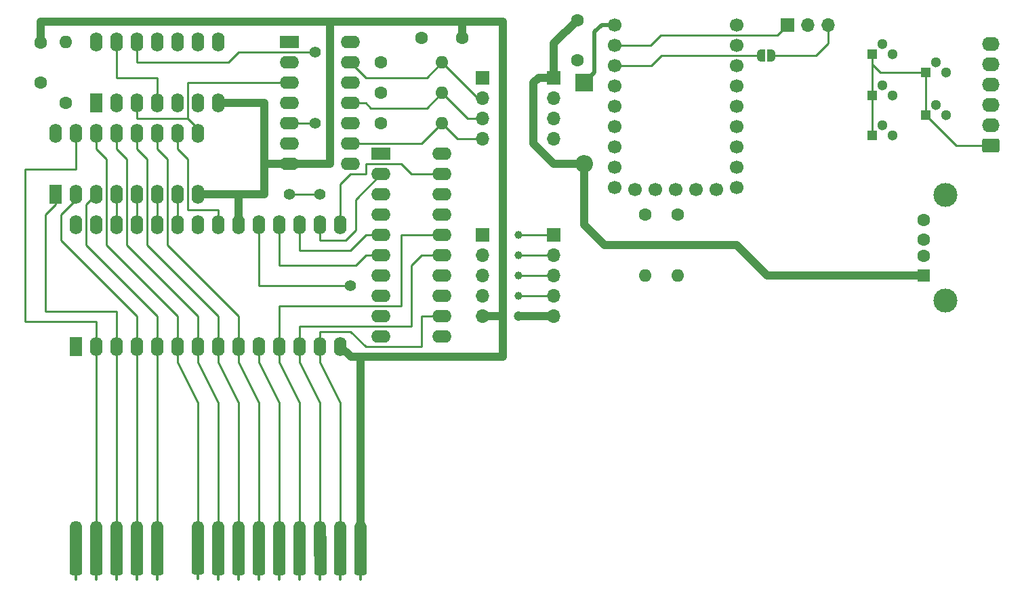
<source format=gtl>
%TF.GenerationSoftware,KiCad,Pcbnew,8.0.4+1*%
%TF.CreationDate,2024-08-13T20:11:20+02:00*%
%TF.ProjectId,QL_mIce_Starmouse,514c5f6d-4963-4655-9f53-7461726d6f75,0*%
%TF.SameCoordinates,Original*%
%TF.FileFunction,Copper,L1,Top*%
%TF.FilePolarity,Positive*%
%FSLAX46Y46*%
G04 Gerber Fmt 4.6, Leading zero omitted, Abs format (unit mm)*
G04 Created by KiCad (PCBNEW 8.0.4+1) date 2024-08-13 20:11:20*
%MOMM*%
%LPD*%
G01*
G04 APERTURE LIST*
G04 Aperture macros list*
%AMRoundRect*
0 Rectangle with rounded corners*
0 $1 Rounding radius*
0 $2 $3 $4 $5 $6 $7 $8 $9 X,Y pos of 4 corners*
0 Add a 4 corners polygon primitive as box body*
4,1,4,$2,$3,$4,$5,$6,$7,$8,$9,$2,$3,0*
0 Add four circle primitives for the rounded corners*
1,1,$1+$1,$2,$3*
1,1,$1+$1,$4,$5*
1,1,$1+$1,$6,$7*
1,1,$1+$1,$8,$9*
0 Add four rect primitives between the rounded corners*
20,1,$1+$1,$2,$3,$4,$5,0*
20,1,$1+$1,$4,$5,$6,$7,0*
20,1,$1+$1,$6,$7,$8,$9,0*
20,1,$1+$1,$8,$9,$2,$3,0*%
%AMFreePoly0*
4,1,19,0.500000,-0.750000,0.000000,-0.750000,0.000000,-0.744911,-0.071157,-0.744911,-0.207708,-0.704816,-0.327430,-0.627875,-0.420627,-0.520320,-0.479746,-0.390866,-0.500000,-0.250000,-0.500000,0.250000,-0.479746,0.390866,-0.420627,0.520320,-0.327430,0.627875,-0.207708,0.704816,-0.071157,0.744911,0.000000,0.744911,0.000000,0.750000,0.500000,0.750000,0.500000,-0.750000,0.500000,-0.750000,
$1*%
%AMFreePoly1*
4,1,19,0.000000,0.744911,0.071157,0.744911,0.207708,0.704816,0.327430,0.627875,0.420627,0.520320,0.479746,0.390866,0.500000,0.250000,0.500000,-0.250000,0.479746,-0.390866,0.420627,-0.520320,0.327430,-0.627875,0.207708,-0.704816,0.071157,-0.744911,0.000000,-0.744911,0.000000,-0.750000,-0.500000,-0.750000,-0.500000,0.750000,0.000000,0.750000,0.000000,0.744911,0.000000,0.744911,
$1*%
G04 Aperture macros list end*
%TA.AperFunction,EtchedComponent*%
%ADD10C,0.300000*%
%TD*%
%TA.AperFunction,ComponentPad*%
%ADD11C,1.700000*%
%TD*%
%TA.AperFunction,ComponentPad*%
%ADD12R,1.600000X2.400000*%
%TD*%
%TA.AperFunction,ComponentPad*%
%ADD13O,1.600000X2.400000*%
%TD*%
%TA.AperFunction,ComponentPad*%
%ADD14C,1.600000*%
%TD*%
%TA.AperFunction,ComponentPad*%
%ADD15O,1.600000X1.600000*%
%TD*%
%TA.AperFunction,ComponentPad*%
%ADD16R,1.500000X1.600000*%
%TD*%
%TA.AperFunction,ComponentPad*%
%ADD17C,3.000000*%
%TD*%
%TA.AperFunction,ComponentPad*%
%ADD18RoundRect,0.250000X0.845000X-0.620000X0.845000X0.620000X-0.845000X0.620000X-0.845000X-0.620000X0*%
%TD*%
%TA.AperFunction,ComponentPad*%
%ADD19O,2.190000X1.740000*%
%TD*%
%TA.AperFunction,ComponentPad*%
%ADD20R,1.300000X1.300000*%
%TD*%
%TA.AperFunction,ComponentPad*%
%ADD21C,1.300000*%
%TD*%
%TA.AperFunction,ComponentPad*%
%ADD22R,2.400000X1.600000*%
%TD*%
%TA.AperFunction,ComponentPad*%
%ADD23O,2.400000X1.600000*%
%TD*%
%TA.AperFunction,ComponentPad*%
%ADD24R,1.700000X1.700000*%
%TD*%
%TA.AperFunction,ComponentPad*%
%ADD25O,1.700000X1.700000*%
%TD*%
%TA.AperFunction,SMDPad,CuDef*%
%ADD26FreePoly0,180.000000*%
%TD*%
%TA.AperFunction,SMDPad,CuDef*%
%ADD27FreePoly1,180.000000*%
%TD*%
%TA.AperFunction,ComponentPad*%
%ADD28R,2.200000X2.200000*%
%TD*%
%TA.AperFunction,ComponentPad*%
%ADD29O,2.200000X2.200000*%
%TD*%
%TA.AperFunction,ConnectorPad*%
%ADD30RoundRect,0.228600X0.533400X2.271400X-0.533400X2.271400X-0.533400X-2.271400X0.533400X-2.271400X0*%
%TD*%
%TA.AperFunction,ConnectorPad*%
%ADD31RoundRect,0.762000X0.000010X1.738000X-0.000010X1.738000X-0.000010X-1.738000X0.000010X-1.738000X0*%
%TD*%
%TA.AperFunction,ViaPad*%
%ADD32C,1.200000*%
%TD*%
%TA.AperFunction,ViaPad*%
%ADD33C,1.400000*%
%TD*%
%TA.AperFunction,ViaPad*%
%ADD34C,1.000000*%
%TD*%
%TA.AperFunction,Conductor*%
%ADD35C,0.250000*%
%TD*%
%TA.AperFunction,Conductor*%
%ADD36C,1.000000*%
%TD*%
%TA.AperFunction,Conductor*%
%ADD37C,0.508000*%
%TD*%
%ADD38C,0.350000*%
G04 APERTURE END LIST*
D10*
%TO.C,J2*%
X114300000Y-133237600D02*
X114300000Y-132628000D01*
X116840000Y-133252200D02*
X116840000Y-132668000D01*
X119380000Y-133252200D02*
X119380000Y-132715000D01*
X121920000Y-133252200D02*
X121920000Y-132715000D01*
X124460000Y-133212200D02*
X124460000Y-132628000D01*
X129540000Y-133172200D02*
X129540000Y-132588000D01*
X132080000Y-133212200D02*
X132080000Y-132602600D01*
X134620000Y-133237600D02*
X134620000Y-132628000D01*
X137160000Y-133212200D02*
X137160000Y-132602600D01*
X139700000Y-133237600D02*
X139700000Y-132602600D01*
X142240000Y-133237600D02*
X142240000Y-132628000D01*
X144780000Y-133212200D02*
X144780000Y-132602600D01*
X147320000Y-133237600D02*
X147320000Y-132628000D01*
X149860000Y-133237600D02*
X149860000Y-132628000D01*
%TD*%
D11*
%TO.P,RZ1,1,GP0*%
%TO.N,Net-(RZ1-GP0)*%
X196850000Y-63900000D03*
%TO.P,RZ1,2,GP1*%
%TO.N,Net-(Q5-B)*%
X196850000Y-66440000D03*
%TO.P,RZ1,3,GP2*%
%TO.N,Net-(Q4-B)*%
X196850000Y-68980000D03*
%TO.P,RZ1,4,GP3*%
%TO.N,Net-(Q3-B)*%
X196850000Y-71520000D03*
%TO.P,RZ1,5,GP4*%
%TO.N,Net-(Q2-B)*%
X196850000Y-74060000D03*
%TO.P,RZ1,6,GP5*%
%TO.N,Net-(Q1-B)*%
X196850000Y-76600000D03*
%TO.P,RZ1,7,GP6*%
%TO.N,unconnected-(RZ1-GP6-Pad7)*%
X196850000Y-79140000D03*
%TO.P,RZ1,8,GP7*%
%TO.N,unconnected-(RZ1-GP7-Pad8)*%
X196850000Y-81680000D03*
%TO.P,RZ1,9,GP8*%
%TO.N,unconnected-(RZ1-GP8-Pad9)*%
X196850000Y-84220000D03*
%TO.P,RZ1,10,GP9*%
%TO.N,unconnected-(RZ1-GP9-Pad10)*%
X194310000Y-84430000D03*
%TO.P,RZ1,11,GP10*%
%TO.N,unconnected-(RZ1-GP10-Pad11)*%
X191770000Y-84430000D03*
%TO.P,RZ1,12,GP11*%
%TO.N,Net-(RZ1-GP11)*%
X189230000Y-84430000D03*
%TO.P,RZ1,13,GP12*%
%TO.N,Net-(RZ1-GP12)*%
X186690000Y-84430000D03*
%TO.P,RZ1,14,GP13*%
%TO.N,Net-(J4-Pin_4)*%
X184150000Y-84430000D03*
%TO.P,RZ1,15,GP14*%
%TO.N,Net-(J4-Pin_3)*%
X181610000Y-84220000D03*
%TO.P,RZ1,16,GP15*%
%TO.N,Net-(J4-Pin_2)*%
X181610000Y-81680000D03*
%TO.P,RZ1,17,GP26*%
%TO.N,Net-(J4-Pin_1)*%
X181610000Y-79140000D03*
%TO.P,RZ1,18,GP27*%
%TO.N,Net-(J3-Pin_4)*%
X181610000Y-76600000D03*
%TO.P,RZ1,19,GP28*%
%TO.N,Net-(J3-Pin_3)*%
X181610000Y-74060000D03*
%TO.P,RZ1,20,GP29*%
%TO.N,Net-(J3-Pin_2)*%
X181610000Y-71520000D03*
%TO.P,RZ1,21,3V3*%
%TO.N,Net-(JP1-B)*%
X181610000Y-68980000D03*
%TO.P,RZ1,22,5V*%
%TO.N,Net-(D1-K)*%
X181610000Y-63900000D03*
%TO.P,RZ1,23,GND*%
%TO.N,GND*%
X181610000Y-66440000D03*
%TD*%
D12*
%TO.P,U2,1*%
%TO.N,Net-(U2-Pad1)*%
X116840000Y-73660000D03*
D13*
%TO.P,U2,2*%
%TO.N,Net-(U2-Pad2)*%
X119380000Y-73660000D03*
%TO.P,U2,3*%
%TO.N,/IO_LE*%
X121920000Y-73660000D03*
%TO.P,U2,4*%
%TO.N,/ROMOE*%
X124460000Y-73660000D03*
%TO.P,U2,5*%
%TO.N,Net-(U2-Pad2)*%
X127000000Y-73660000D03*
%TO.P,U2,6*%
%TO.N,/U_ROMOE*%
X129540000Y-73660000D03*
%TO.P,U2,7,GND*%
%TO.N,GND*%
X132080000Y-73660000D03*
%TO.P,U2,8*%
%TO.N,Net-(U2-Pad8)*%
X132080000Y-66040000D03*
%TO.P,U2,9*%
%TO.N,/A15*%
X129540000Y-66040000D03*
%TO.P,U2,10*%
%TO.N,/A14*%
X127000000Y-66040000D03*
%TO.P,U2,11*%
%TO.N,Net-(R1-Pad2)*%
X124460000Y-66040000D03*
%TO.P,U2,12*%
%TO.N,/IO_OE*%
X121920000Y-66040000D03*
%TO.P,U2,13*%
%TO.N,/ROMOE*%
X119380000Y-66040000D03*
%TO.P,U2,14,VCC*%
%TO.N,VCC*%
X116840000Y-66040000D03*
%TD*%
D14*
%TO.P,R1,1*%
%TO.N,VCC*%
X113030000Y-73660000D03*
D15*
%TO.P,R1,2*%
%TO.N,Net-(R1-Pad2)*%
X113030000Y-66040000D03*
%TD*%
D14*
%TO.P,C3,1*%
%TO.N,VCC*%
X176911000Y-63286000D03*
%TO.P,C3,2*%
%TO.N,GND*%
X176911000Y-68286000D03*
%TD*%
%TO.P,C1,1*%
%TO.N,VCC*%
X109855000Y-71120000D03*
%TO.P,C1,2*%
%TO.N,GND*%
X109855000Y-66120000D03*
%TD*%
D16*
%TO.P,J1,1,VBUS*%
%TO.N,VCC*%
X220175000Y-95250000D03*
D14*
%TO.P,J1,2,D-*%
%TO.N,/D_N*%
X220175000Y-92750000D03*
%TO.P,J1,3,D+*%
%TO.N,/D_P*%
X220175000Y-90750000D03*
%TO.P,J1,4,GND*%
%TO.N,GND*%
X220175000Y-88250000D03*
D17*
%TO.P,J1,5,Shield*%
X222885000Y-98320000D03*
X222885000Y-85180000D03*
%TD*%
D18*
%TO.P,J7,1,Pin_1*%
%TO.N,/Common*%
X228600000Y-78994000D03*
D19*
%TO.P,J7,2,Pin_2*%
%TO.N,/Fire*%
X228600000Y-76454000D03*
%TO.P,J7,3,Pin_3*%
%TO.N,/Up*%
X228600000Y-73914000D03*
%TO.P,J7,4,Pin_4*%
%TO.N,/Down*%
X228600000Y-71374000D03*
%TO.P,J7,5,Pin_5*%
%TO.N,/Right*%
X228600000Y-68834000D03*
%TO.P,J7,6,Pin_6*%
%TO.N,/Left*%
X228600000Y-66294000D03*
%TD*%
D20*
%TO.P,Q2,1,C*%
%TO.N,/Common*%
X220472000Y-75184000D03*
D21*
%TO.P,Q2,2,B*%
%TO.N,Net-(Q2-B)*%
X221742000Y-73914000D03*
%TO.P,Q2,3,E*%
%TO.N,/Up*%
X223012000Y-75184000D03*
%TD*%
D22*
%TO.P,U5,1,OE*%
%TO.N,/IO_OE*%
X152400000Y-80010000D03*
D23*
%TO.P,U5,2,O0*%
%TO.N,/D4*%
X152400000Y-82550000D03*
%TO.P,U5,3,D0*%
%TO.N,Net-(U5-D0)*%
X152400000Y-85090000D03*
%TO.P,U5,4,D1*%
%TO.N,Net-(U5-D1)*%
X152400000Y-87630000D03*
%TO.P,U5,5,O1*%
%TO.N,/D5*%
X152400000Y-90170000D03*
%TO.P,U5,6,O2*%
%TO.N,/D6*%
X152400000Y-92710000D03*
%TO.P,U5,7,D2*%
%TO.N,Net-(U5-D2)*%
X152400000Y-95250000D03*
%TO.P,U5,8,D3*%
%TO.N,GND*%
X152400000Y-97790000D03*
%TO.P,U5,9,O3*%
%TO.N,/D7*%
X152400000Y-100330000D03*
%TO.P,U5,10,GND*%
%TO.N,GND*%
X152400000Y-102870000D03*
%TO.P,U5,11,LE*%
%TO.N,/IO_LE*%
X160020000Y-102870000D03*
%TO.P,U5,12,O4*%
%TO.N,/D2*%
X160020000Y-100330000D03*
%TO.P,U5,13,D4*%
%TO.N,Net-(J4-Pin_4)*%
X160020000Y-97790000D03*
%TO.P,U5,14,D5*%
%TO.N,Net-(J4-Pin_3)*%
X160020000Y-95250000D03*
%TO.P,U5,15,O5*%
%TO.N,/D1*%
X160020000Y-92710000D03*
%TO.P,U5,16,O6*%
%TO.N,/D0*%
X160020000Y-90170000D03*
%TO.P,U5,17,D6*%
%TO.N,Net-(J4-Pin_2)*%
X160020000Y-87630000D03*
%TO.P,U5,18,D7*%
%TO.N,Net-(J4-Pin_1)*%
X160020000Y-85090000D03*
%TO.P,U5,19,O7*%
%TO.N,/D3*%
X160020000Y-82550000D03*
%TO.P,U5,20,VCC*%
%TO.N,VCC*%
X160020000Y-80010000D03*
%TD*%
D20*
%TO.P,Q4,1,C*%
%TO.N,/Common*%
X220472000Y-69829000D03*
D21*
%TO.P,Q4,2,B*%
%TO.N,Net-(Q4-B)*%
X221742000Y-68559000D03*
%TO.P,Q4,3,E*%
%TO.N,/Right*%
X223012000Y-69829000D03*
%TD*%
D20*
%TO.P,Q5,1,C*%
%TO.N,/Common*%
X213741000Y-67564000D03*
D21*
%TO.P,Q5,2,B*%
%TO.N,Net-(Q5-B)*%
X215011000Y-66294000D03*
%TO.P,Q5,3,E*%
%TO.N,/Left*%
X216281000Y-67564000D03*
%TD*%
D24*
%TO.P,SW1,1,A*%
%TO.N,GND*%
X203200000Y-63881000D03*
D25*
%TO.P,SW1,2,B*%
%TO.N,Net-(RZ1-GP0)*%
X205740000Y-63881000D03*
%TO.P,SW1,3,C*%
%TO.N,Net-(JP1-A)*%
X208280000Y-63881000D03*
%TD*%
D14*
%TO.P,R5,1*%
%TO.N,Net-(RZ1-GP11)*%
X189470000Y-87630000D03*
D15*
%TO.P,R5,2*%
%TO.N,/D_P*%
X189470000Y-95250000D03*
%TD*%
D26*
%TO.P,JP1,1,A*%
%TO.N,Net-(JP1-A)*%
X201168000Y-67691000D03*
D27*
%TO.P,JP1,2,B*%
%TO.N,Net-(JP1-B)*%
X199868000Y-67691000D03*
%TD*%
D20*
%TO.P,Q1,1,C*%
%TO.N,/Common*%
X213741000Y-77703000D03*
D21*
%TO.P,Q1,2,B*%
%TO.N,Net-(Q1-B)*%
X215011000Y-76433000D03*
%TO.P,Q1,3,E*%
%TO.N,/Fire*%
X216281000Y-77703000D03*
%TD*%
D12*
%TO.P,U1,1*%
%TO.N,/A7*%
X111760000Y-85090000D03*
D13*
%TO.P,U1,2*%
%TO.N,/A6*%
X114300000Y-85090000D03*
%TO.P,U1,3*%
%TO.N,/A5*%
X116840000Y-85090000D03*
%TO.P,U1,4*%
%TO.N,/A13*%
X119380000Y-85090000D03*
%TO.P,U1,5*%
%TO.N,/A8*%
X121920000Y-85090000D03*
%TO.P,U1,6*%
%TO.N,/A9*%
X124460000Y-85090000D03*
%TO.P,U1,7*%
%TO.N,/A11*%
X127000000Y-85090000D03*
%TO.P,U1,8,GND*%
%TO.N,GND*%
X129540000Y-85090000D03*
%TO.P,U1,9*%
%TO.N,/IO_LE*%
X129540000Y-77470000D03*
%TO.P,U1,10*%
%TO.N,/A10*%
X127000000Y-77470000D03*
%TO.P,U1,11*%
%TO.N,/A1*%
X124460000Y-77470000D03*
%TO.P,U1,12*%
%TO.N,/A2*%
X121920000Y-77470000D03*
%TO.P,U1,13*%
%TO.N,/A3*%
X119380000Y-77470000D03*
%TO.P,U1,14*%
%TO.N,/A4*%
X116840000Y-77470000D03*
%TO.P,U1,15*%
%TO.N,/A12*%
X114300000Y-77470000D03*
%TO.P,U1,16,VCC*%
%TO.N,VCC*%
X111760000Y-77470000D03*
%TD*%
D22*
%TO.P,U3,1*%
%TO.N,unconnected-(U3-Pad1)*%
X140970000Y-66040000D03*
D23*
%TO.P,U3,2*%
%TO.N,unconnected-(U3-Pad2)*%
X140970000Y-68580000D03*
%TO.P,U3,3*%
%TO.N,/IO_LE*%
X140970000Y-71120000D03*
%TO.P,U3,4*%
%TO.N,Net-(U2-Pad1)*%
X140970000Y-73660000D03*
%TO.P,U3,5*%
%TO.N,Net-(U2-Pad8)*%
X140970000Y-76200000D03*
%TO.P,U3,6*%
%TO.N,Net-(U2-Pad2)*%
X140970000Y-78740000D03*
%TO.P,U3,7,GND*%
%TO.N,GND*%
X140970000Y-81280000D03*
%TO.P,U3,8*%
%TO.N,Net-(U5-D0)*%
X148590000Y-81280000D03*
%TO.P,U3,9*%
%TO.N,Net-(J3-Pin_4)*%
X148590000Y-78740000D03*
%TO.P,U3,10*%
%TO.N,Net-(U5-D1)*%
X148590000Y-76200000D03*
%TO.P,U3,11*%
%TO.N,Net-(J3-Pin_3)*%
X148590000Y-73660000D03*
%TO.P,U3,12*%
%TO.N,Net-(U5-D2)*%
X148590000Y-71120000D03*
%TO.P,U3,13*%
%TO.N,Net-(J3-Pin_2)*%
X148590000Y-68580000D03*
%TO.P,U3,14,VCC*%
%TO.N,VCC*%
X148590000Y-66040000D03*
%TD*%
D14*
%TO.P,R4,1*%
%TO.N,VCC*%
X152400000Y-76200000D03*
D15*
%TO.P,R4,2*%
%TO.N,Net-(J3-Pin_4)*%
X160020000Y-76200000D03*
%TD*%
D14*
%TO.P,R6,1*%
%TO.N,Net-(RZ1-GP12)*%
X185420000Y-87630000D03*
D15*
%TO.P,R6,2*%
%TO.N,/D_N*%
X185420000Y-95250000D03*
%TD*%
D12*
%TO.P,IC1,1,VPP*%
%TO.N,VCC*%
X114300000Y-104120000D03*
D13*
%TO.P,IC1,2,A12*%
%TO.N,/A12*%
X116840000Y-104120000D03*
%TO.P,IC1,3,A7*%
%TO.N,/A7*%
X119380000Y-104120000D03*
%TO.P,IC1,4,A6*%
%TO.N,/A6*%
X121920000Y-104120000D03*
%TO.P,IC1,5,A5*%
%TO.N,/A5*%
X124460000Y-104120000D03*
%TO.P,IC1,6,A4*%
%TO.N,/A4*%
X127000000Y-104120000D03*
%TO.P,IC1,7,A3*%
%TO.N,/A3*%
X129540000Y-104120000D03*
%TO.P,IC1,8,A2*%
%TO.N,/A2*%
X132080000Y-104120000D03*
%TO.P,IC1,9,A1*%
%TO.N,/A1*%
X134620000Y-104120000D03*
%TO.P,IC1,10,A0*%
%TO.N,/A0*%
X137160000Y-104120000D03*
%TO.P,IC1,11,D0*%
%TO.N,/D0*%
X139700000Y-104120000D03*
%TO.P,IC1,12,D1*%
%TO.N,/D1*%
X142240000Y-104120000D03*
%TO.P,IC1,13,D2*%
%TO.N,/D2*%
X144780000Y-104120000D03*
%TO.P,IC1,14,GND*%
%TO.N,GND*%
X147320000Y-104120000D03*
%TO.P,IC1,15,D3*%
%TO.N,/D3*%
X147320000Y-88880000D03*
%TO.P,IC1,16,D4*%
%TO.N,/D4*%
X144780000Y-88880000D03*
%TO.P,IC1,17,D5*%
%TO.N,/D5*%
X142240000Y-88880000D03*
%TO.P,IC1,18,D6*%
%TO.N,/D6*%
X139700000Y-88880000D03*
%TO.P,IC1,19,D7*%
%TO.N,/D7*%
X137160000Y-88880000D03*
%TO.P,IC1,20,~{CE}*%
%TO.N,GND*%
X134620000Y-88880000D03*
%TO.P,IC1,21,A10*%
%TO.N,/A10*%
X132080000Y-88880000D03*
%TO.P,IC1,22,~{OE}*%
%TO.N,/U_ROMOE*%
X129540000Y-88880000D03*
%TO.P,IC1,23,A11*%
%TO.N,/A11*%
X127000000Y-88880000D03*
%TO.P,IC1,24,A9*%
%TO.N,/A9*%
X124460000Y-88880000D03*
%TO.P,IC1,25,A8*%
%TO.N,/A8*%
X121920000Y-88880000D03*
%TO.P,IC1,26,A13*%
%TO.N,/A13*%
X119380000Y-88880000D03*
%TO.P,IC1,27,~{PGM}*%
%TO.N,VCC*%
X116840000Y-88880000D03*
%TO.P,IC1,28,VCC*%
X114300000Y-88880000D03*
%TD*%
D20*
%TO.P,Q3,1,C*%
%TO.N,/Common*%
X213741000Y-72729000D03*
D21*
%TO.P,Q3,2,B*%
%TO.N,Net-(Q3-B)*%
X215011000Y-71459000D03*
%TO.P,Q3,3,E*%
%TO.N,/Down*%
X216281000Y-72729000D03*
%TD*%
D14*
%TO.P,R2,1*%
%TO.N,VCC*%
X152400000Y-68580000D03*
D15*
%TO.P,R2,2*%
%TO.N,Net-(J3-Pin_2)*%
X160020000Y-68580000D03*
%TD*%
D14*
%TO.P,C2,1*%
%TO.N,VCC*%
X157480000Y-65532000D03*
%TO.P,C2,2*%
%TO.N,GND*%
X162480000Y-65532000D03*
%TD*%
D28*
%TO.P,D1,1,K*%
%TO.N,Net-(D1-K)*%
X177800000Y-71120000D03*
D29*
%TO.P,D1,2,A*%
%TO.N,VCC*%
X177800000Y-81280000D03*
%TD*%
D14*
%TO.P,R3,1*%
%TO.N,VCC*%
X152400000Y-72390000D03*
D15*
%TO.P,R3,2*%
%TO.N,Net-(J3-Pin_3)*%
X160020000Y-72390000D03*
%TD*%
D24*
%TO.P,J6,1,Pin_1*%
%TO.N,Net-(J4-Pin_1)*%
X165100000Y-90170000D03*
D25*
%TO.P,J6,2,Pin_2*%
%TO.N,Net-(J4-Pin_2)*%
X165100000Y-92710000D03*
%TO.P,J6,3,Pin_3*%
%TO.N,Net-(J4-Pin_3)*%
X165100000Y-95250000D03*
%TO.P,J6,4,Pin_4*%
%TO.N,Net-(J4-Pin_4)*%
X165100000Y-97790000D03*
%TO.P,J6,5,Pin_5*%
%TO.N,GND*%
X165100000Y-100330000D03*
%TD*%
D30*
%TO.P,J2,2,N/C*%
%TO.N,unconnected-(J2-N{slash}C-Pad2)*%
X114300000Y-130175000D03*
D31*
X114300000Y-128437000D03*
D30*
%TO.P,J2,4,A12*%
%TO.N,/A12*%
X116840000Y-130215000D03*
D31*
X116840000Y-128437000D03*
D30*
%TO.P,J2,6,A7*%
%TO.N,/A7*%
X119380000Y-130215000D03*
D31*
X119380000Y-128437000D03*
D30*
%TO.P,J2,8,A6*%
%TO.N,/A6*%
X121920000Y-130215000D03*
D31*
X121920000Y-128437000D03*
D30*
%TO.P,J2,10,A5*%
%TO.N,/A5*%
X124460000Y-130175000D03*
D31*
X124460000Y-128397000D03*
D30*
%TO.P,J2,12,A4*%
%TO.N,/A4*%
X129540000Y-130135000D03*
D31*
X129540000Y-128397000D03*
D30*
%TO.P,J2,14,A3*%
%TO.N,/A3*%
X132080000Y-130175000D03*
D31*
X132080000Y-128437000D03*
D30*
%TO.P,J2,16,A2*%
%TO.N,/A2*%
X134620000Y-130175000D03*
D31*
X134620000Y-128437000D03*
D30*
%TO.P,J2,18,A1*%
%TO.N,/A1*%
X137160000Y-130164200D03*
D31*
X137160000Y-128437000D03*
D30*
%TO.P,J2,20,A0*%
%TO.N,/A0*%
X139700000Y-130164200D03*
D31*
X139700000Y-128437000D03*
D30*
%TO.P,J2,22,D0*%
%TO.N,/D0*%
X142240000Y-130164200D03*
D31*
X142240000Y-128437000D03*
D30*
%TO.P,J2,24,D1*%
%TO.N,/D1*%
X144805400Y-130164200D03*
D31*
X144780000Y-128397000D03*
D30*
%TO.P,J2,26,D2*%
%TO.N,/D2*%
X147320000Y-130175000D03*
D31*
X147320000Y-128437000D03*
D30*
%TO.P,J2,28,GND*%
%TO.N,GND*%
X149860000Y-130175000D03*
D31*
X149860000Y-128437000D03*
%TD*%
D24*
%TO.P,J3,1,Pin_1*%
%TO.N,VCC*%
X173990000Y-70485000D03*
D25*
%TO.P,J3,2,Pin_2*%
%TO.N,Net-(J3-Pin_2)*%
X173990000Y-73025000D03*
%TO.P,J3,3,Pin_3*%
%TO.N,Net-(J3-Pin_3)*%
X173990000Y-75565000D03*
%TO.P,J3,4,Pin_4*%
%TO.N,Net-(J3-Pin_4)*%
X173990000Y-78105000D03*
%TD*%
D24*
%TO.P,J4,1,Pin_1*%
%TO.N,Net-(J4-Pin_1)*%
X173990000Y-90170000D03*
D25*
%TO.P,J4,2,Pin_2*%
%TO.N,Net-(J4-Pin_2)*%
X173990000Y-92710000D03*
%TO.P,J4,3,Pin_3*%
%TO.N,Net-(J4-Pin_3)*%
X173990000Y-95250000D03*
%TO.P,J4,4,Pin_4*%
%TO.N,Net-(J4-Pin_4)*%
X173990000Y-97790000D03*
%TO.P,J4,5,Pin_5*%
%TO.N,GND*%
X173990000Y-100330000D03*
%TD*%
D24*
%TO.P,J5,1,Pin_1*%
%TO.N,VCC*%
X165100000Y-70485000D03*
D25*
%TO.P,J5,2,Pin_2*%
%TO.N,Net-(J3-Pin_2)*%
X165100000Y-73025000D03*
%TO.P,J5,3,Pin_3*%
%TO.N,Net-(J3-Pin_3)*%
X165100000Y-75565000D03*
%TO.P,J5,4,Pin_4*%
%TO.N,Net-(J3-Pin_4)*%
X165100000Y-78105000D03*
%TD*%
D32*
%TO.N,GND*%
X169545000Y-100330000D03*
D33*
%TO.N,/D7*%
X148590000Y-96520000D03*
%TO.N,/IO_LE*%
X144780000Y-85090000D03*
X140970000Y-85090000D03*
%TO.N,Net-(U2-Pad8)*%
X144145000Y-76200000D03*
%TO.N,/IO_OE*%
X144145000Y-67310000D03*
D34*
%TO.N,Net-(J4-Pin_1)*%
X169545000Y-90170000D03*
%TO.N,Net-(J4-Pin_2)*%
X169545000Y-92710000D03*
%TO.N,Net-(J4-Pin_3)*%
X169545000Y-95250000D03*
%TO.N,Net-(J4-Pin_4)*%
X169545000Y-97790000D03*
%TD*%
D35*
%TO.N,Net-(JP1-B)*%
X181610000Y-68980000D02*
X186163000Y-68980000D01*
X186163000Y-68980000D02*
X187452000Y-67691000D01*
X187452000Y-67691000D02*
X199868000Y-67691000D01*
%TO.N,Net-(JP1-A)*%
X201168000Y-67691000D02*
X206756000Y-67691000D01*
X208265000Y-66182000D02*
X208265000Y-63881000D01*
X206756000Y-67691000D02*
X208265000Y-66182000D01*
D36*
%TO.N,VCC*%
X171450000Y-78740000D02*
X173990000Y-81280000D01*
X180340000Y-91440000D02*
X177800000Y-88900000D01*
X173990000Y-70485000D02*
X173990000Y-66207000D01*
X171450000Y-71120000D02*
X172085000Y-70485000D01*
X220175000Y-95250000D02*
X200660000Y-95250000D01*
X200660000Y-95250000D02*
X196850000Y-91440000D01*
X171450000Y-71120000D02*
X171450000Y-78740000D01*
X177800000Y-88900000D02*
X177800000Y-81280000D01*
X196850000Y-91440000D02*
X180340000Y-91440000D01*
X173990000Y-66207000D02*
X176911000Y-63286000D01*
X173990000Y-81280000D02*
X177800000Y-81280000D01*
X172085000Y-70485000D02*
X173990000Y-70485000D01*
%TO.N,GND*%
X167640000Y-100330000D02*
X165100000Y-100330000D01*
X137795000Y-85090000D02*
X137795000Y-81280000D01*
X147320000Y-104120000D02*
X148610000Y-105410000D01*
X149860000Y-128437000D02*
X149860000Y-105410000D01*
X134620000Y-85090000D02*
X137795000Y-85090000D01*
X167640000Y-105410000D02*
X149860000Y-105410000D01*
X109855000Y-66120000D02*
X109855000Y-63500000D01*
X140970000Y-81280000D02*
X146050000Y-81280000D01*
D35*
X203185000Y-63881000D02*
X201915000Y-65151000D01*
X184785000Y-66440000D02*
X181610000Y-66440000D01*
D36*
X134620000Y-85090000D02*
X134620000Y-88880000D01*
D35*
X185547000Y-66440000D02*
X184785000Y-66440000D01*
D36*
X167640000Y-63500000D02*
X167640000Y-100330000D01*
D35*
X185693000Y-66440000D02*
X185547000Y-66440000D01*
D36*
X148610000Y-105410000D02*
X149860000Y-105410000D01*
X162560000Y-65532000D02*
X162560000Y-64095000D01*
X169545000Y-100330000D02*
X173990000Y-100330000D01*
X146050000Y-81280000D02*
X146050000Y-63500000D01*
X109855000Y-63500000D02*
X167640000Y-63500000D01*
X132080000Y-73660000D02*
X137795000Y-73660000D01*
D35*
X201915000Y-65151000D02*
X187325000Y-65151000D01*
D36*
X129540000Y-85090000D02*
X134620000Y-85090000D01*
X137795000Y-81280000D02*
X140970000Y-81280000D01*
X167640000Y-100330000D02*
X167640000Y-105410000D01*
D35*
X184785000Y-66440000D02*
X186036000Y-66440000D01*
D36*
X137795000Y-73660000D02*
X137795000Y-81280000D01*
D35*
X186036000Y-66440000D02*
X187325000Y-65151000D01*
%TO.N,/D3*%
X156210000Y-82550000D02*
X154940000Y-81280000D01*
X150495000Y-82550000D02*
X148590000Y-82550000D01*
X160020000Y-82550000D02*
X156210000Y-82550000D01*
X150495000Y-81280000D02*
X150495000Y-82550000D01*
X154940000Y-81280000D02*
X150495000Y-81280000D01*
X147320000Y-83820000D02*
X147320000Y-88880000D01*
X148590000Y-82550000D02*
X147320000Y-83820000D01*
%TO.N,/D4*%
X152400000Y-82550000D02*
X149225000Y-85725000D01*
X144780000Y-90805000D02*
X144780000Y-88880000D01*
X147955000Y-90805000D02*
X144780000Y-90805000D01*
X149225000Y-89535000D02*
X147955000Y-90805000D01*
X149225000Y-85725000D02*
X149225000Y-89535000D01*
%TO.N,/D2*%
X147320000Y-111125000D02*
X144780000Y-106045000D01*
X144780000Y-102235000D02*
X148590000Y-102235000D01*
X144780000Y-106045000D02*
X144780000Y-104120000D01*
X157480000Y-104140000D02*
X157480000Y-100330000D01*
X144780000Y-104120000D02*
X144780000Y-102235000D01*
X150495000Y-104140000D02*
X157480000Y-104140000D01*
X157480000Y-100330000D02*
X160020000Y-100330000D01*
X148590000Y-102235000D02*
X150495000Y-104140000D01*
X147320000Y-128437000D02*
X147320000Y-111125000D01*
%TO.N,/D5*%
X142240000Y-92075000D02*
X142240000Y-88880000D01*
X152400000Y-90170000D02*
X150495000Y-90170000D01*
X148590000Y-92075000D02*
X142240000Y-92075000D01*
X150495000Y-90170000D02*
X148590000Y-92075000D01*
%TO.N,/D1*%
X160020000Y-92710000D02*
X157480000Y-92710000D01*
X156210000Y-93980000D02*
X156210000Y-101600000D01*
X157480000Y-92710000D02*
X156210000Y-93980000D01*
X144780000Y-128397000D02*
X144780000Y-111125000D01*
X144780000Y-111125000D02*
X142240000Y-106045000D01*
X142240000Y-106045000D02*
X142240000Y-104120000D01*
X142240000Y-101600000D02*
X142240000Y-104120000D01*
X156210000Y-101600000D02*
X142240000Y-101600000D01*
%TO.N,/D6*%
X149225000Y-93980000D02*
X139700000Y-93980000D01*
X139700000Y-93980000D02*
X139700000Y-88880000D01*
X150495000Y-92710000D02*
X149225000Y-93980000D01*
X152400000Y-92710000D02*
X150495000Y-92710000D01*
%TO.N,/D0*%
X154940000Y-99060000D02*
X139700000Y-99060000D01*
X154940000Y-90170000D02*
X154940000Y-99060000D01*
X139700000Y-99060000D02*
X139700000Y-104120000D01*
X142240000Y-111125000D02*
X139700000Y-106045000D01*
X139700000Y-106045000D02*
X139700000Y-104120000D01*
X160020000Y-90170000D02*
X154940000Y-90170000D01*
X142240000Y-128437000D02*
X142240000Y-111125000D01*
%TO.N,/D7*%
X148590000Y-96520000D02*
X137160000Y-96520000D01*
X137160000Y-96520000D02*
X137160000Y-88880000D01*
%TO.N,/A0*%
X137160000Y-106045000D02*
X137160000Y-104120000D01*
X139700000Y-127000000D02*
X139700000Y-111125000D01*
X139700000Y-111125000D02*
X137160000Y-106045000D01*
%TO.N,/A1*%
X137160000Y-127000000D02*
X137160000Y-111125000D01*
X134620000Y-104120000D02*
X134620000Y-100330000D01*
X124460000Y-79375000D02*
X124460000Y-77470000D01*
X125730000Y-91440000D02*
X125730000Y-80645000D01*
X125730000Y-80645000D02*
X124460000Y-79375000D01*
X134620000Y-100330000D02*
X125730000Y-91440000D01*
X137160000Y-111125000D02*
X134620000Y-106045000D01*
X134620000Y-106045000D02*
X134620000Y-104120000D01*
%TO.N,/A10*%
X128270000Y-80645000D02*
X127000000Y-79375000D01*
X132080000Y-88880000D02*
X132080000Y-86995000D01*
X128270000Y-86995000D02*
X128270000Y-80645000D01*
X132080000Y-86995000D02*
X128270000Y-86995000D01*
X127000000Y-79375000D02*
X127000000Y-77470000D01*
%TO.N,/A2*%
X123190000Y-80645000D02*
X121920000Y-79375000D01*
X134620000Y-127000000D02*
X134620000Y-111125000D01*
X132080000Y-100330000D02*
X123190000Y-91440000D01*
X132080000Y-106045000D02*
X132080000Y-104120000D01*
X134620000Y-111125000D02*
X132080000Y-106045000D01*
X132080000Y-104120000D02*
X132080000Y-100330000D01*
X123190000Y-91440000D02*
X123190000Y-80645000D01*
X121920000Y-79375000D02*
X121920000Y-77470000D01*
%TO.N,/ROMOE*%
X119380000Y-70485000D02*
X119380000Y-66040000D01*
X124460000Y-73660000D02*
X124460000Y-70485000D01*
X124460000Y-70485000D02*
X119380000Y-70485000D01*
%TO.N,/A3*%
X129540000Y-106045000D02*
X129540000Y-104120000D01*
X119380000Y-77470000D02*
X119380000Y-79375000D01*
X120650000Y-91440000D02*
X129540000Y-100330000D01*
X132080000Y-127000000D02*
X132080000Y-111125000D01*
X120650000Y-80645000D02*
X120650000Y-91440000D01*
X132080000Y-111125000D02*
X129540000Y-106045000D01*
X129540000Y-100330000D02*
X129540000Y-104120000D01*
X119380000Y-79375000D02*
X120650000Y-80645000D01*
%TO.N,/A11*%
X127000000Y-85090000D02*
X127000000Y-88880000D01*
%TO.N,/A4*%
X118110000Y-80645000D02*
X118110000Y-91440000D01*
X118110000Y-91440000D02*
X127000000Y-100330000D01*
X129540000Y-111125000D02*
X127000000Y-106045000D01*
X127000000Y-106045000D02*
X127000000Y-104120000D01*
X129540000Y-126960000D02*
X129540000Y-111125000D01*
X116840000Y-77470000D02*
X116840000Y-79375000D01*
X127000000Y-100330000D02*
X127000000Y-104120000D01*
X116840000Y-79375000D02*
X118110000Y-80645000D01*
%TO.N,/A9*%
X124460000Y-85090000D02*
X124460000Y-88880000D01*
%TO.N,/A5*%
X124460000Y-104120000D02*
X124460000Y-126960000D01*
X116840000Y-85090000D02*
X115570000Y-86360000D01*
X124460000Y-100330000D02*
X124460000Y-104120000D01*
X115570000Y-91440000D02*
X124460000Y-100330000D01*
X115570000Y-86360000D02*
X115570000Y-91440000D01*
%TO.N,/A8*%
X121920000Y-85090000D02*
X121920000Y-88880000D01*
%TO.N,/A6*%
X114300000Y-85725000D02*
X112395000Y-87630000D01*
X112395000Y-90805000D02*
X121920000Y-100330000D01*
X121920000Y-100330000D02*
X121920000Y-104120000D01*
X121920000Y-104120000D02*
X121920000Y-127000000D01*
X112395000Y-87630000D02*
X112395000Y-90805000D01*
%TO.N,/A13*%
X119380000Y-85090000D02*
X119380000Y-88880000D01*
%TO.N,/A7*%
X119380000Y-104120000D02*
X119380000Y-127000000D01*
X110490000Y-87630000D02*
X111760000Y-86360000D01*
X111760000Y-86360000D02*
X111760000Y-85090000D01*
X110490000Y-99695000D02*
X110490000Y-87630000D01*
X119380000Y-99695000D02*
X110490000Y-99695000D01*
X119380000Y-104120000D02*
X119380000Y-99695000D01*
%TO.N,/A12*%
X114300000Y-81915000D02*
X114300000Y-77470000D01*
X116840000Y-104120000D02*
X116840000Y-127000000D01*
X107950000Y-81915000D02*
X114300000Y-81915000D01*
X107950000Y-100965000D02*
X107950000Y-81915000D01*
X116840000Y-104120000D02*
X116840000Y-100965000D01*
X116840000Y-100965000D02*
X107950000Y-100965000D01*
%TO.N,/IO_LE*%
X128270000Y-75565000D02*
X129540000Y-76835000D01*
X128270000Y-75565000D02*
X121920000Y-75565000D01*
X121920000Y-75565000D02*
X121920000Y-73660000D01*
X140970000Y-71120000D02*
X128270000Y-71120000D01*
X140970000Y-85090000D02*
X144780000Y-85090000D01*
X128270000Y-71120000D02*
X128270000Y-75565000D01*
%TO.N,Net-(U2-Pad8)*%
X140970000Y-76200000D02*
X144145000Y-76200000D01*
%TO.N,/IO_OE*%
X121920000Y-68580000D02*
X121920000Y-66040000D01*
X134620000Y-67310000D02*
X133350000Y-68580000D01*
X144145000Y-67310000D02*
X134620000Y-67310000D01*
X133350000Y-68580000D02*
X121920000Y-68580000D01*
%TO.N,/Common*%
X228600000Y-78994000D02*
X224282000Y-78994000D01*
X213741000Y-72729000D02*
X213741000Y-67564000D01*
X213741000Y-77703000D02*
X213741000Y-72729000D01*
X213741000Y-68834000D02*
X214736000Y-69829000D01*
X213741000Y-68834000D02*
X213741000Y-67564000D01*
X220472000Y-69829000D02*
X220472000Y-75184000D01*
X214736000Y-69829000D02*
X220472000Y-69829000D01*
X220472000Y-75184000D02*
X224282000Y-78994000D01*
%TO.N,Net-(J3-Pin_2)*%
X160020000Y-68580000D02*
X164465000Y-73025000D01*
X158115000Y-70485000D02*
X150495000Y-70485000D01*
X160020000Y-68580000D02*
X158115000Y-70485000D01*
X150495000Y-70485000D02*
X148590000Y-68580000D01*
%TO.N,Net-(J3-Pin_3)*%
X160020000Y-72390000D02*
X158115000Y-74295000D01*
X151130000Y-74295000D02*
X150495000Y-73660000D01*
X150495000Y-73660000D02*
X148590000Y-73660000D01*
X160020000Y-72390000D02*
X163195000Y-75565000D01*
X158115000Y-74295000D02*
X151130000Y-74295000D01*
X163195000Y-75565000D02*
X165100000Y-75565000D01*
%TO.N,Net-(J3-Pin_4)*%
X165100000Y-78105000D02*
X161925000Y-78105000D01*
X157480000Y-78740000D02*
X160020000Y-76200000D01*
X148590000Y-78740000D02*
X157480000Y-78740000D01*
X161925000Y-78105000D02*
X160020000Y-76200000D01*
%TO.N,Net-(J4-Pin_1)*%
X173990000Y-90170000D02*
X169545000Y-90170000D01*
%TO.N,Net-(J4-Pin_2)*%
X169545000Y-92710000D02*
X173990000Y-92710000D01*
%TO.N,Net-(J4-Pin_3)*%
X169545000Y-95250000D02*
X173990000Y-95250000D01*
%TO.N,Net-(J4-Pin_4)*%
X169545000Y-97790000D02*
X173990000Y-97790000D01*
D37*
%TO.N,Net-(D1-K)*%
X179070000Y-69850000D02*
X179070000Y-64770000D01*
X177800000Y-71120000D02*
X179070000Y-69850000D01*
X179070000Y-64770000D02*
X179940000Y-63900000D01*
X179940000Y-63900000D02*
X181610000Y-63900000D01*
%TD*%
D38*
X169545000Y-100330000D03*
X148590000Y-96520000D03*
X144780000Y-85090000D03*
X140970000Y-85090000D03*
X144145000Y-76200000D03*
X144145000Y-67310000D03*
X169545000Y-90170000D03*
X169545000Y-92710000D03*
X169545000Y-95250000D03*
X169545000Y-97790000D03*
X196850000Y-63900000D03*
X196850000Y-66440000D03*
X196850000Y-68980000D03*
X196850000Y-71520000D03*
X196850000Y-74060000D03*
X196850000Y-76600000D03*
X196850000Y-79140000D03*
X196850000Y-81680000D03*
X196850000Y-84220000D03*
X194310000Y-84430000D03*
X191770000Y-84430000D03*
X189230000Y-84430000D03*
X186690000Y-84430000D03*
X184150000Y-84430000D03*
X181610000Y-84220000D03*
X181610000Y-81680000D03*
X181610000Y-79140000D03*
X181610000Y-76600000D03*
X181610000Y-74060000D03*
X181610000Y-71520000D03*
X181610000Y-68980000D03*
X181610000Y-63900000D03*
X181610000Y-66440000D03*
X116840000Y-73660000D03*
X119380000Y-73660000D03*
X121920000Y-73660000D03*
X124460000Y-73660000D03*
X127000000Y-73660000D03*
X129540000Y-73660000D03*
X132080000Y-73660000D03*
X132080000Y-66040000D03*
X129540000Y-66040000D03*
X127000000Y-66040000D03*
X124460000Y-66040000D03*
X121920000Y-66040000D03*
X119380000Y-66040000D03*
X116840000Y-66040000D03*
X113030000Y-73660000D03*
X113030000Y-66040000D03*
X176911000Y-63286000D03*
X176911000Y-68286000D03*
X109855000Y-71120000D03*
X109855000Y-66120000D03*
X220175000Y-95250000D03*
X220175000Y-92750000D03*
X220175000Y-90750000D03*
X220175000Y-88250000D03*
X222885000Y-98320000D03*
X222885000Y-85180000D03*
X228600000Y-78994000D03*
X228600000Y-76454000D03*
X228600000Y-73914000D03*
X228600000Y-71374000D03*
X228600000Y-68834000D03*
X228600000Y-66294000D03*
X220472000Y-75184000D03*
X221742000Y-73914000D03*
X223012000Y-75184000D03*
X152400000Y-80010000D03*
X152400000Y-82550000D03*
X152400000Y-85090000D03*
X152400000Y-87630000D03*
X152400000Y-90170000D03*
X152400000Y-92710000D03*
X152400000Y-95250000D03*
X152400000Y-97790000D03*
X152400000Y-100330000D03*
X152400000Y-102870000D03*
X160020000Y-102870000D03*
X160020000Y-100330000D03*
X160020000Y-97790000D03*
X160020000Y-95250000D03*
X160020000Y-92710000D03*
X160020000Y-90170000D03*
X160020000Y-87630000D03*
X160020000Y-85090000D03*
X160020000Y-82550000D03*
X160020000Y-80010000D03*
X220472000Y-69829000D03*
X221742000Y-68559000D03*
X223012000Y-69829000D03*
X213741000Y-67564000D03*
X215011000Y-66294000D03*
X216281000Y-67564000D03*
X203200000Y-63881000D03*
X205740000Y-63881000D03*
X208280000Y-63881000D03*
X189470000Y-87630000D03*
X189470000Y-95250000D03*
X213741000Y-77703000D03*
X215011000Y-76433000D03*
X216281000Y-77703000D03*
X111760000Y-85090000D03*
X114300000Y-85090000D03*
X116840000Y-85090000D03*
X119380000Y-85090000D03*
X121920000Y-85090000D03*
X124460000Y-85090000D03*
X127000000Y-85090000D03*
X129540000Y-85090000D03*
X129540000Y-77470000D03*
X127000000Y-77470000D03*
X124460000Y-77470000D03*
X121920000Y-77470000D03*
X119380000Y-77470000D03*
X116840000Y-77470000D03*
X114300000Y-77470000D03*
X111760000Y-77470000D03*
X140970000Y-66040000D03*
X140970000Y-68580000D03*
X140970000Y-71120000D03*
X140970000Y-73660000D03*
X140970000Y-76200000D03*
X140970000Y-78740000D03*
X140970000Y-81280000D03*
X148590000Y-81280000D03*
X148590000Y-78740000D03*
X148590000Y-76200000D03*
X148590000Y-73660000D03*
X148590000Y-71120000D03*
X148590000Y-68580000D03*
X148590000Y-66040000D03*
X152400000Y-76200000D03*
X160020000Y-76200000D03*
X185420000Y-87630000D03*
X185420000Y-95250000D03*
X114300000Y-104120000D03*
X116840000Y-104120000D03*
X119380000Y-104120000D03*
X121920000Y-104120000D03*
X124460000Y-104120000D03*
X127000000Y-104120000D03*
X129540000Y-104120000D03*
X132080000Y-104120000D03*
X134620000Y-104120000D03*
X137160000Y-104120000D03*
X139700000Y-104120000D03*
X142240000Y-104120000D03*
X144780000Y-104120000D03*
X147320000Y-104120000D03*
X147320000Y-88880000D03*
X144780000Y-88880000D03*
X142240000Y-88880000D03*
X139700000Y-88880000D03*
X137160000Y-88880000D03*
X134620000Y-88880000D03*
X132080000Y-88880000D03*
X129540000Y-88880000D03*
X127000000Y-88880000D03*
X124460000Y-88880000D03*
X121920000Y-88880000D03*
X119380000Y-88880000D03*
X116840000Y-88880000D03*
X114300000Y-88880000D03*
X213741000Y-72729000D03*
X215011000Y-71459000D03*
X216281000Y-72729000D03*
X152400000Y-68580000D03*
X160020000Y-68580000D03*
X157480000Y-65532000D03*
X162480000Y-65532000D03*
X177800000Y-71120000D03*
X177800000Y-81280000D03*
X152400000Y-72390000D03*
X160020000Y-72390000D03*
X165100000Y-90170000D03*
X165100000Y-92710000D03*
X165100000Y-95250000D03*
X165100000Y-97790000D03*
X165100000Y-100330000D03*
X173990000Y-70485000D03*
X173990000Y-73025000D03*
X173990000Y-75565000D03*
X173990000Y-78105000D03*
X173990000Y-90170000D03*
X173990000Y-92710000D03*
X173990000Y-95250000D03*
X173990000Y-97790000D03*
X173990000Y-100330000D03*
X165100000Y-70485000D03*
X165100000Y-73025000D03*
X165100000Y-75565000D03*
X165100000Y-78105000D03*
M02*

</source>
